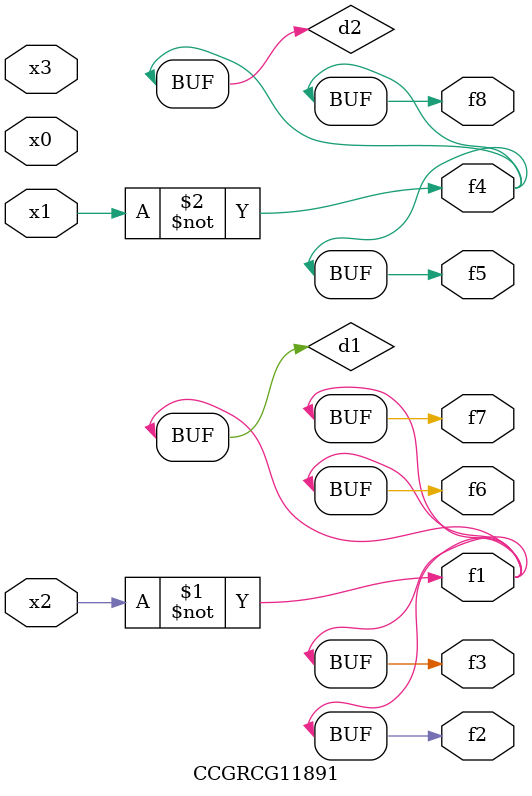
<source format=v>
module CCGRCG11891(
	input x0, x1, x2, x3,
	output f1, f2, f3, f4, f5, f6, f7, f8
);

	wire d1, d2;

	xnor (d1, x2);
	not (d2, x1);
	assign f1 = d1;
	assign f2 = d1;
	assign f3 = d1;
	assign f4 = d2;
	assign f5 = d2;
	assign f6 = d1;
	assign f7 = d1;
	assign f8 = d2;
endmodule

</source>
